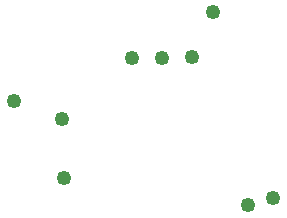
<source format=gbr>
%TF.GenerationSoftware,Altium Limited,Altium Designer,23.9.2 (47)*%
G04 Layer_Color=128*
%FSLAX45Y45*%
%MOMM*%
%TF.SameCoordinates,CBF7E160-FA54-4A09-933F-9C1B5268631E*%
%TF.FilePolarity,Positive*%
%TF.FileFunction,Paste,Bot*%
%TF.Part,Single*%
G01*
G75*
%TA.AperFunction,SMDPad,CuDef*%
%ADD19C,1.25000*%
D19*
X7836524Y7164523D02*
D03*
X8259000Y6508000D02*
D03*
X8245000Y7010000D02*
D03*
X9517000Y7915000D02*
D03*
X9089000Y7522000D02*
D03*
X9819000Y6278000D02*
D03*
X8831000Y7524000D02*
D03*
X9338000Y7531000D02*
D03*
X10031000Y6343000D02*
D03*
%TF.MD5,dbef56e55d94e3966a146d98f9ad7d18*%
M02*

</source>
